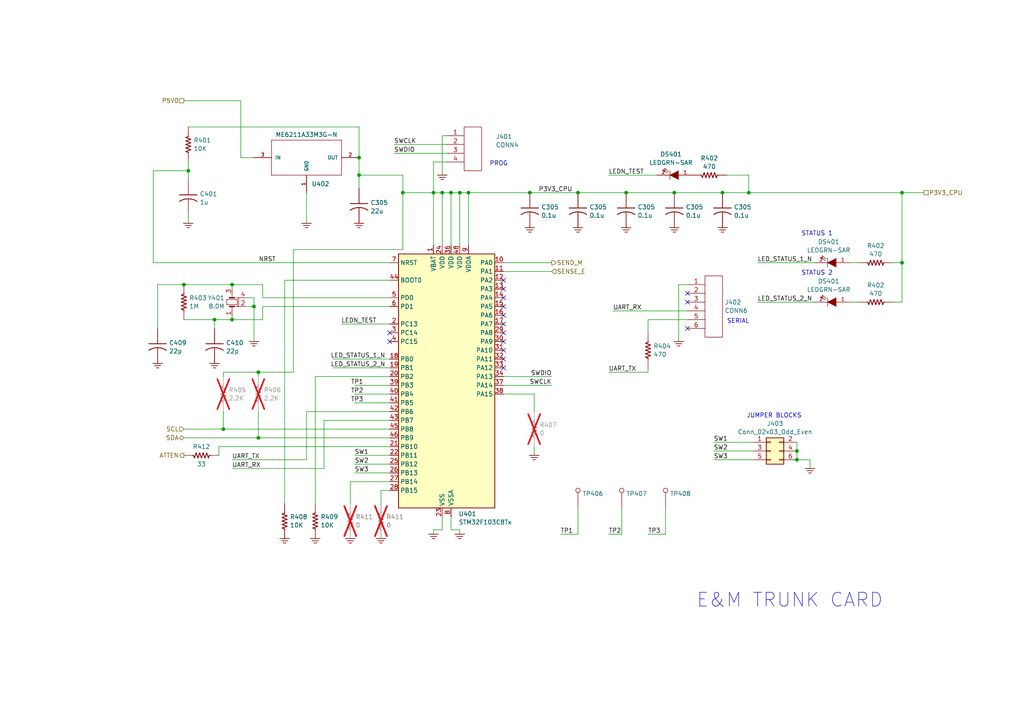
<source format=kicad_sch>
(kicad_sch (version 20231120) (generator "eeschema") (generator_version "8.0")
  (paper "A4")
  (lib_symbols
    (symbol "Connector_Generic:Conn_02x03_Odd_Even" (pin_names (offset 1.016) hide)
      (property "Reference" "J" (at 1.27 5.08 0))
      (property "Value" "Conn_02x03_Odd_Even" (at 1.27 -5.08 0))
      (symbol "Conn_02x03_Odd_Even_1_1"
        (rectangle (start -1.27 -2.413) (end 0 -2.667) (stroke (width 0.1524)))
        (rectangle (start -1.27 0.127) (end 0 -0.127) (stroke (width 0.1524)))
        (rectangle (start -1.27 2.667) (end 0 2.413) (stroke (width 0.1524)))
        (rectangle (start -1.27 3.81) (end 3.81 -3.81) (stroke (width 0.254)) (fill (type background)))
        (rectangle (start 3.81 -2.413) (end 2.54 -2.667) (stroke (width 0.1524)))
        (rectangle (start 3.81 0.127) (end 2.54 -0.127) (stroke (width 0.1524)))
        (rectangle (start 3.81 2.667) (end 2.54 2.413) (stroke (width 0.1524)))
        (pin passive line (at -5.08 2.54 0) (length 3.81) (name "Pin_1") (number "1"))
        (pin passive line (at 7.62 2.54 180) (length 3.81) (name "Pin_2") (number "2"))
        (pin passive line (at -5.08 0 0) (length 3.81) (name "Pin_3") (number "3"))
        (pin passive line (at 7.62 0 180) (length 3.81) (name "Pin_4") (number "4"))
        (pin passive line (at -5.08 -2.54 0) (length 3.81) (name "Pin_5") (number "5"))
        (pin passive line (at 7.62 -2.54 180) (length 3.81) (name "Pin_6") (number "6"))
      )
    )
    (symbol "MCU_ST_STM32F1:STM32F103C8Tx"
      (property "Reference" "U" (at -12.7 39.37 0))
      (property "Value" "STM32F103C8Tx" (at 10.16 39.37 0))
      (symbol "STM32F103C8Tx_0_1"
        (rectangle (start -12.7 -35.56) (end 15.24 38.1) (stroke (width 0.254)) (fill (type background)))
      )
      (symbol "STM32F103C8Tx_1_1"
        (pin power_in line (at -2.54 40.64 270) (length 2.54) (name "VBAT") (number "1"))
        (pin bidirectional line (at 17.78 35.56 180) (length 2.54) (name "PA0") (number "10"))
        (pin bidirectional line (at 17.78 33.02 180) (length 2.54) (name "PA1") (number "11"))
        (pin bidirectional line (at 17.78 30.48 180) (length 2.54) (name "PA2") (number "12"))
        (pin bidirectional line (at 17.78 27.94 180) (length 2.54) (name "PA3") (number "13"))
        (pin bidirectional line (at 17.78 25.4 180) (length 2.54) (name "PA4") (number "14"))
        (pin bidirectional line (at 17.78 22.86 180) (length 2.54) (name "PA5") (number "15"))
        (pin bidirectional line (at 17.78 20.32 180) (length 2.54) (name "PA6") (number "16"))
        (pin bidirectional line (at 17.78 17.78 180) (length 2.54) (name "PA7") (number "17"))
        (pin bidirectional line (at -15.24 7.62 0) (length 2.54) (name "PB0") (number "18"))
        (pin bidirectional line (at -15.24 5.08 0) (length 2.54) (name "PB1") (number "19"))
        (pin bidirectional line (at -15.24 17.78 0) (length 2.54) (name "PC13") (number "2"))
        (pin bidirectional line (at -15.24 2.54 0) (length 2.54) (name "PB2") (number "20"))
        (pin bidirectional line (at -15.24 -17.78 0) (length 2.54) (name "PB10") (number "21"))
        (pin bidirectional line (at -15.24 -20.32 0) (length 2.54) (name "PB11") (number "22"))
        (pin power_in line (at 0 -38.1 90) (length 2.54) (name "VSS") (number "23"))
        (pin power_in line (at 0 40.64 270) (length 2.54) (name "VDD") (number "24"))
        (pin bidirectional line (at -15.24 -22.86 0) (length 2.54) (name "PB12") (number "25"))
        (pin bidirectional line (at -15.24 -25.4 0) (length 2.54) (name "PB13") (number "26"))
        (pin bidirectional line (at -15.24 -27.94 0) (length 2.54) (name "PB14") (number "27"))
        (pin bidirectional line (at -15.24 -30.48 0) (length 2.54) (name "PB15") (number "28"))
        (pin bidirectional line (at 17.78 15.24 180) (length 2.54) (name "PA8") (number "29"))
        (pin bidirectional line (at -15.24 15.24 0) (length 2.54) (name "PC14") (number "3"))
        (pin bidirectional line (at 17.78 12.7 180) (length 2.54) (name "PA9") (number "30"))
        (pin bidirectional line (at 17.78 10.16 180) (length 2.54) (name "PA10") (number "31"))
        (pin bidirectional line (at 17.78 7.62 180) (length 2.54) (name "PA11") (number "32"))
        (pin bidirectional line (at 17.78 5.08 180) (length 2.54) (name "PA12") (number "33"))
        (pin bidirectional line (at 17.78 2.54 180) (length 2.54) (name "PA13") (number "34"))
        (pin passive line (at 0 -38.1 90) (length 2.54) hide (name "VSS") (number "35"))
        (pin power_in line (at 2.54 40.64 270) (length 2.54) (name "VDD") (number "36"))
        (pin bidirectional line (at 17.78 0 180) (length 2.54) (name "PA14") (number "37"))
        (pin bidirectional line (at 17.78 -2.54 180) (length 2.54) (name "PA15") (number "38"))
        (pin bidirectional line (at -15.24 0 0) (length 2.54) (name "PB3") (number "39"))
        (pin bidirectional line (at -15.24 12.7 0) (length 2.54) (name "PC15") (number "4"))
        (pin bidirectional line (at -15.24 -2.54 0) (length 2.54) (name "PB4") (number "40"))
        (pin bidirectional line (at -15.24 -5.08 0) (length 2.54) (name "PB5") (number "41"))
        (pin bidirectional line (at -15.24 -7.62 0) (length 2.54) (name "PB6") (number "42"))
        (pin bidirectional line (at -15.24 -10.16 0) (length 2.54) (name "PB7") (number "43"))
        (pin input line (at -15.24 30.48 0) (length 2.54) (name "BOOT0") (number "44"))
        (pin bidirectional line (at -15.24 -12.7 0) (length 2.54) (name "PB8") (number "45"))
        (pin bidirectional line (at -15.24 -15.24 0) (length 2.54) (name "PB9") (number "46"))
        (pin passive line (at 0 -38.1 90) (length 2.54) hide (name "VSS") (number "47"))
        (pin power_in line (at 5.08 40.64 270) (length 2.54) (name "VDD") (number "48"))
        (pin bidirectional line (at -15.24 25.4 0) (length 2.54) (name "PD0") (number "5"))
        (pin bidirectional line (at -15.24 22.86 0) (length 2.54) (name "PD1") (number "6"))
        (pin input line (at -15.24 35.56 0) (length 2.54) (name "NRST") (number "7"))
        (pin power_in line (at 2.54 -38.1 90) (length 2.54) (name "VSSA") (number "8"))
        (pin power_in line (at 7.62 40.64 270) (length 2.54) (name "VDDA") (number "9"))
      )
    )
    (symbol "custom:CONN4" (pin_names (offset 1.016))
      (property "Reference" "J" (at 0 7.62 0))
      (property "Value" "CONN4" (at 0 -7.62 0))
      (symbol "CONN4_0_1"
        (rectangle (start -2.54 6.35) (end 2.54 -6.35))
      )
      (symbol "CONN4_1_1"
        (pin passive line (at -7.62 3.81 0) (length 5.08) (name "~") (number "1"))
        (pin passive line (at -7.62 1.27 0) (length 5.08) (name "~") (number "2"))
        (pin passive line (at -7.62 -1.27 0) (length 5.08) (name "~") (number "3"))
        (pin passive line (at -7.62 -3.81 0) (length 5.08) (name "~") (number "4"))
      )
    )
    (symbol "custom:CONN6" (pin_names (offset 1.016))
      (property "Reference" "J" (at 0 11.43 0))
      (property "Value" "CONN6" (at 0 -8.89 0))
      (symbol "CONN6_0_1"
        (rectangle (start -2.54 10.16) (end 2.54 -7.62))
      )
      (symbol "CONN6_1_1"
        (pin passive line (at -7.62 7.62 0) (length 5.08) (name "~") (number "1"))
        (pin passive line (at -7.62 5.08 0) (length 5.08) (name "~") (number "2"))
        (pin passive line (at -7.62 2.54 0) (length 5.08) (name "~") (number "3"))
        (pin passive line (at -7.62 0 0) (length 5.08) (name "~") (number "4"))
        (pin passive line (at -7.62 -2.54 0) (length 5.08) (name "~") (number "5"))
        (pin passive line (at -7.62 -5.08 0) (length 5.08) (name "~") (number "6"))
      )
    )
    (symbol "custom:C_US" (pin_numbers hide) (pin_names (offset 0.254) hide)
      (property "Reference" "C" (at 1.27 2.54 0))
      (property "Value" "C_US" (at 1.27 -2.54 0))
      (symbol "C_US_0_1"
        (polyline (pts (xy -2.54 0.635) (xy 2.54 0.635) (xy 2.54 0.635)) (stroke (width 0.254)))
        (arc (start 2.54 -1.27) (mid 0 -0.5009) (end -2.54 -1.27) (stroke (width 0.254)))
      )
      (symbol "C_US_1_1"
        (pin passive line (at 0 5.08 270) (length 4.445) (name "~") (number "1"))
        (pin passive line (at 0 -5.08 90) (length 4.445) (name "~") (number "2"))
      )
    )
    (symbol "custom:C_US_0603_100NF_HS_800063-104" (pin_numbers hide) (pin_names (offset 0.254) hide)
      (property "Reference" "C" (at 1.27 2.54 0))
      (property "Value" "C_US_0603_100NF_HS_800063-104" (at 1.27 -2.54 0))
      (symbol "C_US_0603_100NF_HS_800063-104_0_1"
        (polyline (pts (xy -2.54 0.635) (xy 2.54 0.635) (xy 2.54 0.635)) (stroke (width 0.254)))
        (arc (start 2.54 -1.27) (mid 0 -0.5009) (end -2.54 -1.27) (stroke (width 0.254)))
      )
      (symbol "C_US_0603_100NF_HS_800063-104_1_1"
        (pin passive line (at 0 5.08 270) (length 4.445) (name "~") (number "1"))
        (pin passive line (at 0 -5.08 90) (length 4.445) (name "~") (number "2"))
      )
    )
    (symbol "custom:Crystal_SMT_3225" (pin_names (offset 1.016) hide)
      (property "Reference" "Y" (at 0 5.08 0))
      (property "Value" "Crystal_SMT_3225" (at 0 3.175 0))
      (symbol "Crystal_SMT_3225_0_1"
        (rectangle (start -0.762 1.524) (end 0.762 -1.524))
        (polyline (pts (xy -2.54 0) (xy -1.27 0)))
        (polyline (pts (xy -1.27 -2.54) (xy -1.27 -1.27)))
        (polyline (pts (xy -1.27 -0.762) (xy -1.27 0.762)) (stroke (width 0.381)))
        (polyline (pts (xy 1.27 -2.54) (xy 1.27 -1.27)))
        (polyline (pts (xy 1.27 -0.762) (xy 1.27 0.762)) (stroke (width 0.381)))
        (polyline (pts (xy 2.54 0) (xy 1.27 0)))
        (polyline (pts (xy -1.27 -1.27) (xy -1.27 -1.905) (xy 1.27 -1.905) (xy 1.27 -1.27)))
      )
      (symbol "Crystal_SMT_3225_1_1"
        (pin passive line (at -3.81 0 0) (length 1.27) (name "1") (number "1"))
        (pin passive line (at -1.27 -3.81 90) (length 1.27) (name "2") (number "2"))
        (pin passive line (at 3.81 0 180) (length 1.27) (name "3") (number "3"))
        (pin passive line (at 1.27 -3.81 90) (length 1.27) (name "2") (number "4"))
      )
    )
    (symbol "custom:GND" (power) (pin_names (offset 0))
      (symbol "GND_0_1"
        (polyline (pts (xy -1.397 0) (xy 1.397 0)) (stroke (width 0.2032)))
        (polyline (pts (xy -0.889 -0.635) (xy 0.889 -0.635)) (stroke (width 0.2032)))
        (polyline (pts (xy -0.381 -1.27) (xy 0.381 -1.27)) (stroke (width 0.2032)))
      )
      (symbol "GND_1_1"
        (pin power_in line (at 0 0 90) (length 0) hide (name "GND") (number "1"))
      )
    )
    (symbol "custom:LEDGRN-SAR" (pin_names (offset 1.016) hide)
      (property "Reference" "DS" (at 0 2.54 0))
      (property "Value" "LEDGRN-SAR" (at 0 -2.54 0))
      (symbol "LEDGRN-SAR_0_1"
        (polyline (pts (xy 1.27 1.27) (xy 1.27 -1.27)))
        (polyline (pts (xy -1.27 1.27) (xy 1.27 0) (xy -1.27 -1.27)) (fill (type outline)))
        (polyline (pts (xy 1.651 -1.016) (xy 2.794 -2.032) (xy 2.667 -1.397)))
        (polyline (pts (xy 2.032 -0.635) (xy 3.175 -1.651) (xy 3.048 -1.016)))
      )
      (symbol "LEDGRN-SAR_1_1"
        (pin passive line (at -5.08 0 0) (length 3.81) (name "A") (number "1"))
        (pin passive line (at 5.08 0 180) (length 3.81) (name "K") (number "2"))
      )
    )
    (symbol "custom:ME6211A33M3G-N" (pin_names (offset 1.016))
      (property "Reference" "U" (at -5.08 10.16 0))
      (property "Value" "ME6211A33M3G-N" (at -9.144 5.588 0))
      (symbol "ME6211A33M3G-N_1_0"
        (polyline (pts (xy -10.16 -5.08) (xy 10.16 -5.08)))
        (polyline (pts (xy -10.16 5.08) (xy -10.16 -5.08)))
        (polyline (pts (xy 10.16 -5.08) (xy 10.16 5.08)))
        (polyline (pts (xy 10.16 5.08) (xy -10.16 5.08)))
      )
      (symbol "ME6211A33M3G-N_1_1"
        (pin power_in line (at 0 -10.16 90) (length 5.08) (name "GND") (number "1"))
        (pin power_out line (at 15.24 0 180) (length 5.08) (name "OUT") (number "2"))
        (pin power_in line (at -15.24 0 0) (length 5.08) (name "IN") (number "3"))
      )
    )
    (symbol "custom:R_US" (pin_numbers hide) (pin_names (offset 1.016) hide)
      (property "Reference" "R" (at 2.032 0 90))
      (property "Value" "R_US" (at -2.032 0 90))
      (symbol "R_US_0_0"
        (polyline (pts (xy 0 -2.54) (xy 0 -2.54) (xy 0 -2.286) (xy -0.762 -2.032) (xy 0.762 -1.524) (xy -0.762 -1.016) (xy 0.762 -0.508) (xy -0.762 0) (xy 0.762 0.508) (xy -0.762 1.016) (xy 0.762 1.524) (xy -0.762 2.032) (xy 0 2.286) (xy 0 2.54) (xy 0 2.54)) (stroke (width 0.254)))
      )
      (symbol "R_US_1_1"
        (pin passive line (at 0 5.08 270) (length 2.54) (name "~") (number "1"))
        (pin passive line (at 0 -5.08 90) (length 2.54) (name "~") (number "2"))
      )
    )
    (symbol "custom:TESTPINTPSQ025" (pin_numbers hide) (pin_names (offset 1.016) hide)
      (property "Reference" "TP" (at -1.27 1.27 0))
      (symbol "TESTPINTPSQ025_1_0"
        (polyline (pts (xy 0 -2.54) (xy 0 -0.635)))
      )
      (symbol "TESTPINTPSQ025_1_1"
        (circle (center 0 0) (radius 0.635))
        (pin passive line (at 0 -5.08 90) (length 2.54) (name "TP") (number "1"))
      )
    )
  )
  (junction (at 133.35 55.88))
  (junction (at 67.31 82.55))
  (junction (at 261.62 76.2))
  (junction (at 62.23 92.71))
  (junction (at 73.66 88.9))
  (junction (at 74.93 107.95))
  (junction (at 195.58 55.88))
  (junction (at 261.62 55.88))
  (junction (at 231.14 133.35))
  (junction (at 167.64 55.88))
  (junction (at 54.61 49.53))
  (junction (at 67.31 92.71))
  (junction (at 135.89 55.88))
  (junction (at 130.81 55.88))
  (junction (at 153.67 55.88))
  (junction (at 231.14 130.81))
  (junction (at 104.14 50.8))
  (junction (at 116.84 55.88))
  (junction (at 128.27 55.88))
  (junction (at 217.17 55.88))
  (junction (at 125.73 55.88))
  (junction (at 64.77 124.46))
  (junction (at 209.55 55.88))
  (junction (at 181.61 55.88))
  (junction (at 104.14 45.72))
  (junction (at 53.34 82.55))
  (junction (at 74.93 127))
  (no_connect (at 199.39 87.63))
  (no_connect (at 146.05 86.36))
  (no_connect (at 146.05 83.82))
  (no_connect (at 113.03 99.06))
  (no_connect (at 199.39 85.09))
  (no_connect (at 146.05 99.06))
  (no_connect (at 146.05 104.14))
  (no_connect (at 146.05 101.6))
  (no_connect (at 146.05 81.28))
  (no_connect (at 199.39 95.25))
  (no_connect (at 146.05 106.68))
  (no_connect (at 113.03 96.52))
  (no_connect (at 146.05 96.52))
  (no_connect (at 146.05 91.44))
  (no_connect (at 146.05 88.9))
  (no_connect (at 146.05 93.98))
  (wire (pts (xy 231.14 128.27) (xy 231.14 130.81)))
  (wire (pts (xy 128.27 39.37) (xy 128.27 50.8)))
  (wire (pts (xy 195.58 55.88) (xy 209.55 55.88)))
  (wire (pts (xy 130.81 55.88) (xy 130.81 71.12)))
  (wire (pts (xy 74.93 127) (xy 113.03 127)))
  (wire (pts (xy 207.01 133.35) (xy 218.44 133.35)))
  (wire (pts (xy 246.38 76.2) (xy 248.92 76.2)))
  (wire (pts (xy 93.98 121.92) (xy 93.98 135.89)))
  (wire (pts (xy 64.77 124.46) (xy 113.03 124.46)))
  (wire (pts (xy 88.9 133.35) (xy 67.31 133.35)))
  (wire (pts (xy 62.23 92.71) (xy 53.34 92.71)))
  (wire (pts (xy 207.01 128.27) (xy 218.44 128.27)))
  (wire (pts (xy 146.05 109.22) (xy 160.02 109.22)))
  (wire (pts (xy 167.64 147.32) (xy 167.64 154.94)))
  (wire (pts (xy 76.2 86.36) (xy 76.2 82.55)))
  (wire (pts (xy 135.89 55.88) (xy 133.35 55.88)))
  (wire (pts (xy 259.08 76.2) (xy 261.62 76.2)))
  (wire (pts (xy 133.35 55.88) (xy 130.81 55.88)))
  (wire (pts (xy 113.03 121.92) (xy 93.98 121.92)))
  (wire (pts (xy 44.45 76.2) (xy 44.45 49.53)))
  (wire (pts (xy 93.98 135.89) (xy 67.31 135.89)))
  (wire (pts (xy 69.85 45.72) (xy 69.85 29.21)))
  (wire (pts (xy 130.81 149.86) (xy 130.81 153.67)))
  (wire (pts (xy 231.14 130.81) (xy 231.14 133.35)))
  (wire (pts (xy 180.34 147.32) (xy 180.34 154.94)))
  (wire (pts (xy 130.81 55.88) (xy 128.27 55.88)))
  (wire (pts (xy 74.93 119.38) (xy 74.93 127)))
  (wire (pts (xy 113.03 142.24) (xy 110.49 142.24)))
  (wire (pts (xy 99.06 93.98) (xy 113.03 93.98)))
  (wire (pts (xy 76.2 86.36) (xy 113.03 86.36)))
  (wire (pts (xy 199.39 82.55) (xy 196.85 82.55)))
  (wire (pts (xy 167.64 55.88) (xy 181.61 55.88)))
  (wire (pts (xy 114.3 41.91) (xy 129.54 41.91)))
  (wire (pts (xy 102.87 134.62) (xy 113.03 134.62)))
  (wire (pts (xy 73.66 45.72) (xy 69.85 45.72)))
  (wire (pts (xy 128.27 149.86) (xy 128.27 153.67)))
  (wire (pts (xy 62.23 92.71) (xy 62.23 95.25)))
  (wire (pts (xy 154.94 114.3) (xy 154.94 119.38)))
  (wire (pts (xy 135.89 55.88) (xy 153.67 55.88)))
  (wire (pts (xy 116.84 55.88) (xy 116.84 72.39)))
  (wire (pts (xy 219.71 76.2) (xy 236.22 76.2)))
  (wire (pts (xy 102.87 114.3) (xy 113.03 114.3)))
  (wire (pts (xy 113.03 139.7) (xy 101.6 139.7)))
  (wire (pts (xy 146.05 111.76) (xy 160.02 111.76)))
  (wire (pts (xy 53.34 82.55) (xy 45.72 82.55)))
  (wire (pts (xy 104.14 50.8) (xy 104.14 54.61)))
  (wire (pts (xy 133.35 153.67) (xy 133.35 154.94)))
  (wire (pts (xy 128.27 55.88) (xy 125.73 55.88)))
  (wire (pts (xy 53.34 127) (xy 74.93 127)))
  (wire (pts (xy 64.77 107.95) (xy 64.77 109.22)))
  (wire (pts (xy 177.8 90.17) (xy 199.39 90.17)))
  (wire (pts (xy 162.56 154.94) (xy 167.64 154.94)))
  (wire (pts (xy 128.27 153.67) (xy 125.73 153.67)))
  (wire (pts (xy 53.34 29.21) (xy 69.85 29.21)))
  (wire (pts (xy 199.39 92.71) (xy 187.96 92.71)))
  (wire (pts (xy 116.84 55.88) (xy 116.84 50.8)))
  (wire (pts (xy 181.61 55.88) (xy 195.58 55.88)))
  (wire (pts (xy 76.2 88.9) (xy 113.03 88.9)))
  (wire (pts (xy 210.82 50.8) (xy 217.17 50.8)))
  (wire (pts (xy 44.45 76.2) (xy 113.03 76.2)))
  (wire (pts (xy 114.3 44.45) (xy 129.54 44.45)))
  (wire (pts (xy 102.87 137.16) (xy 113.03 137.16)))
  (wire (pts (xy 153.67 55.88) (xy 167.64 55.88)))
  (wire (pts (xy 45.72 82.55) (xy 45.72 95.25)))
  (wire (pts (xy 196.85 82.55) (xy 196.85 99.06)))
  (wire (pts (xy 96.52 104.14) (xy 113.03 104.14)))
  (wire (pts (xy 146.05 114.3) (xy 154.94 114.3)))
  (wire (pts (xy 88.9 119.38) (xy 88.9 133.35)))
  (wire (pts (xy 73.66 86.36) (xy 73.66 88.9)))
  (wire (pts (xy 187.96 92.71) (xy 187.96 96.52)))
  (wire (pts (xy 74.93 107.95) (xy 85.09 107.95)))
  (wire (pts (xy 209.55 55.88) (xy 217.17 55.88)))
  (wire (pts (xy 74.93 107.95) (xy 74.93 109.22)))
  (wire (pts (xy 71.12 88.9) (xy 73.66 88.9)))
  (wire (pts (xy 64.77 119.38) (xy 64.77 124.46)))
  (wire (pts (xy 176.53 107.95) (xy 187.96 107.95)))
  (wire (pts (xy 74.93 107.95) (xy 64.77 107.95)))
  (wire (pts (xy 113.03 109.22) (xy 91.44 109.22)))
  (wire (pts (xy 261.62 55.88) (xy 261.62 76.2)))
  (wire (pts (xy 125.73 46.99) (xy 125.73 55.88)))
  (wire (pts (xy 102.87 111.76) (xy 113.03 111.76)))
  (wire (pts (xy 104.14 36.83) (xy 104.14 45.72)))
  (wire (pts (xy 193.04 147.32) (xy 193.04 154.94)))
  (wire (pts (xy 85.09 72.39) (xy 85.09 107.95)))
  (wire (pts (xy 96.52 106.68) (xy 113.03 106.68)))
  (wire (pts (xy 54.61 49.53) (xy 54.61 52.07)))
  (wire (pts (xy 102.87 116.84) (xy 113.03 116.84)))
  (wire (pts (xy 187.96 154.94) (xy 193.04 154.94)))
  (wire (pts (xy 130.81 153.67) (xy 133.35 153.67)))
  (wire (pts (xy 231.14 133.35) (xy 234.95 133.35)))
  (wire (pts (xy 261.62 55.88) (xy 267.97 55.88)))
  (wire (pts (xy 128.27 55.88) (xy 128.27 71.12)))
  (wire (pts (xy 76.2 92.71) (xy 67.31 92.71)))
  (wire (pts (xy 116.84 50.8) (xy 104.14 50.8)))
  (wire (pts (xy 176.53 154.94) (xy 180.34 154.94)))
  (wire (pts (xy 125.73 55.88) (xy 116.84 55.88)))
  (wire (pts (xy 116.84 72.39) (xy 85.09 72.39)))
  (wire (pts (xy 101.6 139.7) (xy 101.6 146.05)))
  (wire (pts (xy 102.87 132.08) (xy 113.03 132.08)))
  (wire (pts (xy 73.66 88.9) (xy 73.66 99.06)))
  (wire (pts (xy 82.55 81.28) (xy 82.55 146.05)))
  (wire (pts (xy 91.44 109.22) (xy 91.44 146.05)))
  (wire (pts (xy 54.61 36.83) (xy 104.14 36.83)))
  (wire (pts (xy 67.31 82.55) (xy 76.2 82.55)))
  (wire (pts (xy 71.12 86.36) (xy 73.66 86.36)))
  (wire (pts (xy 125.73 153.67) (xy 125.73 154.94)))
  (wire (pts (xy 234.95 133.35) (xy 234.95 135.89)))
  (wire (pts (xy 128.27 39.37) (xy 129.54 39.37)))
  (wire (pts (xy 44.45 49.53) (xy 54.61 49.53)))
  (wire (pts (xy 113.03 81.28) (xy 82.55 81.28)))
  (wire (pts (xy 76.2 88.9) (xy 76.2 92.71)))
  (wire (pts (xy 207.01 130.81) (xy 218.44 130.81)))
  (wire (pts (xy 187.96 106.68) (xy 187.96 107.95)))
  (wire (pts (xy 125.73 46.99) (xy 129.54 46.99)))
  (wire (pts (xy 125.73 55.88) (xy 125.73 71.12)))
  (wire (pts (xy 88.9 64.77) (xy 88.9 55.88)))
  (wire (pts (xy 146.05 78.74) (xy 160.02 78.74)))
  (wire (pts (xy 261.62 76.2) (xy 261.62 87.63)))
  (wire (pts (xy 219.71 87.63) (xy 236.22 87.63)))
  (wire (pts (xy 146.05 76.2) (xy 160.02 76.2)))
  (wire (pts (xy 246.38 87.63) (xy 248.92 87.63)))
  (wire (pts (xy 53.34 82.55) (xy 67.31 82.55)))
  (wire (pts (xy 113.03 119.38) (xy 88.9 119.38)))
  (wire (pts (xy 54.61 62.23) (xy 54.61 64.77)))
  (wire (pts (xy 217.17 55.88) (xy 261.62 55.88)))
  (wire (pts (xy 261.62 87.63) (xy 259.08 87.63)))
  (wire (pts (xy 110.49 142.24) (xy 110.49 146.05)))
  (wire (pts (xy 104.14 45.72) (xy 104.14 50.8)))
  (wire (pts (xy 63.5 129.54) (xy 63.5 132.08)))
  (wire (pts (xy 54.61 46.99) (xy 54.61 49.53)))
  (wire (pts (xy 67.31 91.44) (xy 67.31 92.71)))
  (wire (pts (xy 53.34 124.46) (xy 64.77 124.46)))
  (wire (pts (xy 113.03 129.54) (xy 63.5 129.54)))
  (wire (pts (xy 176.53 50.8) (xy 190.5 50.8)))
  (wire (pts (xy 67.31 92.71) (xy 62.23 92.71)))
  (wire (pts (xy 133.35 55.88) (xy 133.35 71.12)))
  (wire (pts (xy 135.89 55.88) (xy 135.89 71.12)))
  (wire (pts (xy 217.17 50.8) (xy 217.17 55.88)))
  (wire (pts (xy 67.31 82.55) (xy 67.31 83.82)))
  (wire (pts (xy 154.94 129.54) (xy 154.94 132.08)))
  (text "PROG" (at 147.32 48.26 0) (effects (font (size 1.27 1.27)) (justify right bottom)))
  (text "SERIAL" (at 210.82 93.98 0) (effects (font (size 1.27 1.27)) (justify left bottom)))
  (text "STATUS 2" (at 232.41 80.01 0) (effects (font (size 1.27 1.27)) (justify left bottom)))
  (text "JUMPER BLOCKS" (at 224.536 120.65 0) (effects (font (size 1.27 1.27))))
  (text "E&M TRUNK CARD" (at 201.93 176.53 0) (effects (font (size 4 4)) (justify left bottom)))
  (text "STATUS 1\n" (at 232.41 68.58 0) (effects (font (size 1.27 1.27)) (justify left bottom)))
  (label "UART_RX" (at 67.31 135.89 0))
  (label "SW1" (at 102.87 132.08 0))
  (label "TP2" (at 176.53 154.94 0))
  (label "SW2" (at 102.87 134.62 0))
  (label "UART_TX" (at 176.53 107.95 0))
  (label "SWCLK" (at 114.3 41.91 0))
  (label "SWDIO" (at 114.3 44.45 0))
  (label "LED_STATUS_2_N" (at 111.76 106.68 180))
  (label "LEDN_TEST" (at 176.53 50.8 0))
  (label "SWCLK" (at 160.02 111.76 180))
  (label "SW2" (at 207.01 130.81 0))
  (label "SW3" (at 102.87 137.16 0))
  (label "LEDN_TEST" (at 109.22 93.98 180))
  (label "NRST" (at 80.01 76.2 180))
  (label "TP3" (at 105.41 116.84 180))
  (label "P3V3_CPU" (at 156.21 55.88 0))
  (label "UART_TX" (at 67.31 133.35 0))
  (label "SWDIO" (at 160.02 109.22 180))
  (label "SW3" (at 207.01 133.35 0))
  (label "TP2" (at 105.41 114.3 180))
  (label "TP3" (at 187.96 154.94 0))
  (label "LED_STATUS_1_N" (at 111.76 104.14 180))
  (label "UART_RX" (at 177.8 90.17 0))
  (label "TP1" (at 105.41 111.76 180))
  (label "LED_STATUS_2_N" (at 219.71 87.63 0))
  (label "LED_STATUS_1_N" (at 219.71 76.2 0))
  (label "SW1" (at 207.01 128.27 0))
  (label "TP1" (at 162.56 154.94 0))
  (hierarchical_label "SEND_M" (shape output) (at 160.02 76.2 0))
  (hierarchical_label "P3V3_CPU" (shape passive) (at 267.97 55.88 0))
  (hierarchical_label "SCL" (shape input) (at 53.34 124.46 180))
  (hierarchical_label "ATTEN" (shape output) (at 53.34 132.08 180))
  (hierarchical_label "P5V0" (shape passive) (at 53.34 29.21 180))
  (hierarchical_label "SENSE_E" (shape input) (at 160.02 78.74 0))
  (hierarchical_label "SDA" (shape bidirectional) (at 53.34 127 180))
  (symbol (lib_id "custom:LEDGRN-SAR") (at 241.3 76.2 180) (unit 1)
    (property "Reference" "DS401" (at 240.3475 70.1507 0))
    (property "Value" "LEDGRN-SAR" (at 240.3475 72.5749 0))
    (property "Footprint" "mods:LED0805" (effects (hide yes)))
    (property "PartNumber" "800113-102" (effects (hide yes)))
    (instances (project "dual-slic-interface" (path "" (reference "DS401") (unit 1))) (project "slics" (path "" (reference "DS401") (unit 1))) (project "e-and-m-interface" (path "" (reference "DS402") (unit 1))))
  )
  (symbol (lib_id "custom:R_US") (at 101.6 151.13 0) (unit 1) (in_bom no) (dnp yes)
    (property "Reference" "R411" (at 103.124 149.9179 0) (effects (justify left)))
    (property "Value" "0" (at 103.124 152.3421 0) (effects (justify left)))
    (property "Footprint" "Resistor_SMD:R_0603_1608Metric" (effects (hide yes)))
    (property "PartNumber" "800020-000" (effects (hide yes)))
    (instances (project "dual-slic-interface" (path "" (reference "R411") (unit 1))) (project "mpu" (path "" (reference "R201") (unit 1))) (project "slics" (path "" (reference "R411") (unit 1))) (project "e-and-m-interface" (path "" (reference "R414") (unit 1))) (project "ECP_Adapter" (path "" (reference "R201") (unit 1))))
  )
  (symbol (lib_id "custom:R_US") (at 154.94 124.46 0) (unit 1) (in_bom no) (dnp yes)
    (property "Reference" "R407" (at 156.464 123.2479 0) (effects (justify left)))
    (property "Value" "0" (at 156.464 125.6721 0) (effects (justify left)))
    (property "Footprint" "Resistor_SMD:R_0603_1608Metric" (effects (hide yes)))
    (property "PartNumber" "800235-000" (effects (hide yes)))
    (instances (project "dual-slic-interface" (path "" (reference "R407") (unit 1))) (project "mpu" (path "" (reference "R201") (unit 1))) (project "slics" (path "" (reference "R407") (unit 1))) (project "e-and-m-interface" (path "" (reference "R409") (unit 1))) (project "ECP_Adapter" (path "" (reference "R201") (unit 1))))
  )
  (symbol (lib_id "custom:CONN4") (at 137.16 43.18 0) (unit 1)
    (property "Reference" "J401" (at 143.764 39.624 0) (effects (justify left)))
    (property "Value" "CONN4" (at 143.764 42.0482 0) (effects (justify left)))
    (property "Footprint" "Connector_PinHeader_2.54mm:PinHeader_1x04_P2.54mm_Horizontal" (effects (hide yes)))
    (property "PartNumber" "800383-104" (effects (hide yes)))
    (instances (project "dual-slic-interface" (path "" (reference "J401") (unit 1))) (project "mpu" (path "" (reference "J201") (unit 1))) (project "slics" (path "" (reference "J401") (unit 1))) (project "e-and-m-interface" (path "" (reference "J401") (unit 1))) (project "ECP_Adapter" (path "" (reference "J201") (unit 1))))
  )
  (symbol (lib_id "custom:C_US") (at 45.72 100.33 0) (unit 1)
    (property "Reference" "C409" (at 49.022 99.4354 0) (effects (justify left)))
    (property "Value" "22p" (at 49.022 101.8596 0) (effects (justify left)))
    (property "Footprint" "Capacitor_SMD:C_0603_1608Metric" (effects (hide yes)))
    (property "PartNumber" "800002-220" (effects (hide yes)))
    (instances (project "dual-slic-interface" (path "" (reference "C409") (unit 1))) (project "mpu" (path "" (reference "C207") (unit 1))) (project "slics" (path "" (reference "C409") (unit 1))) (project "e-and-m-interface" (path "" (reference "C409") (unit 1))) (project "ECP_Adapter" (path "" (reference "C207") (unit 1))))
  )
  (symbol (lib_id "custom:GND") (at 153.67 66.04 0) (unit 1)
    (property "Reference" "#PWR0406" (effects (hide yes)))
    (property "Value" "GND" (effects (hide yes)))
  )
  (symbol (lib_id "custom:R_US") (at 254 87.63 90) (unit 1)
    (property "Reference" "R402" (at 254 82.7237 90))
    (property "Value" "470" (at 254 85.1479 90))
    (property "Footprint" "Resistor_SMD:R_0603_1608Metric" (effects (hide yes)))
    (property "PartNumber" "800021-470" (effects (hide yes)))
    (instances (project "dual-slic-interface" (path "" (reference "R402") (unit 1))) (project "mpu" (path "" (reference "R201") (unit 1))) (project "slics" (path "" (reference "R402") (unit 1))) (project "e-and-m-interface" (path "" (reference "R405") (unit 1))) (project "ECP_Adapter" (path "" (reference "R201") (unit 1))))
  )
  (symbol (lib_id "custom:GND") (at 62.23 105.41 0) (unit 1)
    (property "Reference" "#PWR0416" (effects (hide yes)))
    (property "Value" "GND" (effects (hide yes)))
    (instances (project "dual-slic-interface" (path "" (reference "#PWR0416") (unit 1))) (project "mpu" (path "" (reference "#PWR0210") (unit 1))) (project "slics" (path "" (reference "#PWR0416") (unit 1))) (project "e-and-m-interface" (path "" (reference "#PWR0414") (unit 1))) (project "ECP_Adapter" (path "" (reference "#PWR0210") (unit 1))))
  )
  (symbol (lib_id "custom:TESTPINTPSQ025") (at 193.04 142.24 0) (unit 1)
    (property "Reference" "TP408" (at 194.31 143.1925 0) (effects (justify left)))
    (property "Value" "TESTPINTPSQ025" (effects (hide yes)))
    (property "Footprint" "mods:TESTPIN" (effects (hide yes)))
    (property "PartNumber" "800116-101" (effects (hide yes)))
    (instances (project "dual-slic-interface" (path "" (reference "TP408") (unit 1))) (project "slics" (path "" (reference "TP408") (unit 1))) (project "e-and-m-interface" (path "" (reference "TP403") (unit 1))))
  )
  (symbol (lib_id "custom:ME6211A33M3G-N") (at 88.9 45.72 0) (unit 1)
    (property "Reference" "U402" (at 92.964 53.34 0))
    (property "Value" "ME6211A33M3G-N" (at 88.9 39.0468 0))
    (property "Footprint" "mods:SOT23-3-SAR-V2" (effects (hide yes)))
    (property "PartNumber" "800187-101" (effects (hide yes)))
  )
  (symbol (lib_id "custom:GND") (at 82.55 156.21 0) (unit 1)
    (property "Reference" "#PWR0420" (effects (hide yes)))
    (property "Value" "GND" (effects (hide yes)))
    (instances (project "dual-slic-interface" (path "" (reference "#PWR0420") (unit 1))) (project "slics" (path "" (reference "#PWR0420") (unit 1))) (project "e-and-m-interface" (path "" (reference "#PWR0418") (unit 1))))
  )
  (symbol (lib_id "custom:R_US") (at 205.74 50.8 90) (unit 1)
    (property "Reference" "R402" (at 205.74 45.8937 90))
    (property "Value" "470" (at 205.74 48.3179 90))
    (property "Footprint" "Resistor_SMD:R_0603_1608Metric" (effects (hide yes)))
    (property "PartNumber" "800021-470" (effects (hide yes)))
    (instances (project "dual-slic-interface" (path "" (reference "R402") (unit 1))) (project "mpu" (path "" (reference "R201") (unit 1))) (project "slics" (path "" (reference "R402") (unit 1))) (project "e-and-m-interface" (path "" (reference "R402") (unit 1))) (project "ECP_Adapter" (path "" (reference "R201") (unit 1))))
  )
  (symbol (lib_id "custom:R_US") (at 58.42 132.08 90) (unit 1)
    (property "Reference" "R412" (at 58.42 129.54 90))
    (property "Value" "33" (at 58.42 134.62 90))
    (property "Footprint" "Resistor_SMD:R_0603_1608Metric" (effects (hide yes)))
    (property "PartNumber" "800020-330" (effects (hide yes)))
    (instances (project "dual-slic-interface" (path "" (reference "R412") (unit 1))) (project "mpu" (path "" (reference "R201") (unit 1))) (project "slics" (path "" (reference "R412") (unit 1))) (project "e-and-m-interface" (path "" (reference "R410") (unit 1))) (project "ECP_Adapter" (path "" (reference "R201") (unit 1))))
  )
  (symbol (lib_id "custom:GND") (at 195.58 66.04 0) (unit 1)
    (property "Reference" "#PWR0409" (effects (hide yes)))
    (property "Value" "GND" (effects (hide yes)))
  )
  (symbol (lib_id "custom:C_US") (at 62.23 100.33 0) (unit 1)
    (property "Reference" "C410" (at 65.532 99.4354 0) (effects (justify left)))
    (property "Value" "22p" (at 65.532 101.8596 0) (effects (justify left)))
    (property "Footprint" "Capacitor_SMD:C_0603_1608Metric" (effects (hide yes)))
    (property "PartNumber" "800002-220" (effects (hide yes)))
    (instances (project "dual-slic-interface" (path "" (reference "C410") (unit 1))) (project "mpu" (path "" (reference "C206") (unit 1))) (project "slics" (path "" (reference "C410") (unit 1))) (project "e-and-m-interface" (path "" (reference "C410") (unit 1))) (project "ECP_Adapter" (path "" (reference "C206") (unit 1))))
  )
  (symbol (lib_id "custom:GND") (at 54.61 64.77 0) (unit 1)
    (property "Reference" "#PWR0402" (effects (hide yes)))
    (property "Value" "GND" (effects (hide yes)))
    (instances (project "dual-slic-interface" (path "" (reference "#PWR0402") (unit 1))) (project "mpu" (path "" (reference "#PWR0206") (unit 1))) (project "slics" (path "" (reference "#PWR0402") (unit 1))) (project "e-and-m-interface" (path "" (reference "#PWR0402") (unit 1))) (project "ECP_Adapter" (path "" (reference "#PWR0206") (unit 1))))
  )
  (symbol (lib_id "custom:R_US") (at 187.96 101.6 0) (unit 1)
    (property "Reference" "R404" (at 189.484 100.3879 0) (effects (justify left)))
    (property "Value" "470" (at 189.484 102.8121 0) (effects (justify left)))
    (property "Footprint" "Resistor_SMD:R_0603_1608Metric" (effects (hide yes)))
    (property "PartNumber" "800021-470" (effects (hide yes)))
    (instances (project "dual-slic-interface" (path "" (reference "R404") (unit 1))) (project "mpu" (path "" (reference "R201") (unit 1))) (project "slics" (path "" (reference "R404") (unit 1))) (project "e-and-m-interface" (path "" (reference "R406") (unit 1))) (project "ECP_Adapter" (path "" (reference "R201") (unit 1))))
  )
  (symbol (lib_id "custom:C_US_0603_100NF_HS_800063-104") (at 209.55 60.96 0) (unit 1)
    (property "Reference" "C305" (at 212.852 60.0654 0) (effects (justify left)))
    (property "Value" "0.1u" (at 212.852 62.4896 0) (effects (justify left)))
    (property "Footprint" "Capacitor_SMD:C_0603_1608Metric" (effects (hide yes)))
    (property "PartNumber" "800063-104" (effects (hide yes)))
    (instances (project "dual-slic-interface" (path "" (reference "C305") (unit 1)) (path "" (reference "C505") (unit 1)) (path "" (reference "C408") (unit 1))) (project "slics" (path "" (reference "C305") (unit 1))) (project "e-and-m-interface" (path "" (reference "C408") (unit 1))))
  )
  (symbol (lib_id "custom:GND") (at 104.14 64.77 0) (unit 1)
    (property "Reference" "#PWR0405" (effects (hide yes)))
    (property "Value" "GND" (effects (hide yes)))
  )
  (symbol (lib_id "custom:C_US_0603_100NF_HS_800063-104") (at 153.67 60.96 0) (unit 1)
    (property "Reference" "C305" (at 156.972 60.0654 0) (effects (justify left)))
    (property "Value" "0.1u" (at 156.972 62.4896 0) (effects (justify left)))
    (property "Footprint" "Capacitor_SMD:C_0603_1608Metric" (effects (hide yes)))
    (property "PartNumber" "800063-104" (effects (hide yes)))
    (instances (project "dual-slic-interface" (path "" (reference "C305") (unit 1)) (path "" (reference "C505") (unit 1)) (path "" (reference "C404") (unit 1))) (project "slics" (path "" (reference "C305") (unit 1))) (project "e-and-m-interface" (path "" (reference "C404") (unit 1))))
  )
  (symbol (lib_id "custom:GND") (at 154.94 132.08 0) (unit 1)
    (property "Reference" "#PWR0417" (effects (hide yes)))
    (property "Value" "GND" (effects (hide yes)))
    (instances (project "dual-slic-interface" (path "" (reference "#PWR0417") (unit 1))) (project "slics" (path "" (reference "#PWR0417") (unit 1))) (project "e-and-m-interface" (path "" (reference "#PWR0415") (unit 1))))
  )
  (symbol (lib_id "custom:Crystal_SMT_3225") (at 67.31 87.63 90) (unit 1)
    (property "Reference" "Y401" (at 65.1511 86.4179 90) (effects (justify left)))
    (property "Value" "8.0M" (at 65.1511 88.8421 90) (effects (justify left)))
    (property "Footprint" "Crystal:Crystal_SMD_3225-4Pin_3.2x2.5mm" (effects (hide yes)))
    (property "PartNumber" "800412-008" (effects (hide yes)))
    (instances (project "dual-slic-interface" (path "" (reference "Y401") (unit 1))) (project "mpu" (path "" (reference "Y201") (unit 1))) (project "slics" (path "" (reference "Y401") (unit 1))) (project "e-and-m-interface" (path "" (reference "Y401") (unit 1))) (project "ECP_Adapter" (path "" (reference "Y201") (unit 1))))
  )
  (symbol (lib_id "custom:GND") (at 101.6 156.21 0) (unit 1)
    (property "Reference" "#PWR0423" (effects (hide yes)))
    (property "Value" "GND" (effects (hide yes)))
    (instances (project "dual-slic-interface" (path "" (reference "#PWR0423") (unit 1))) (project "slics" (path "" (reference "#PWR0423") (unit 1))) (project "e-and-m-interface" (path "" (reference "#PWR0403") (unit 1))))
  )
  (symbol (lib_id "custom:R_US") (at 74.93 114.3 0) (unit 1) (in_bom no) (dnp yes)
    (property "Reference" "R406" (at 76.454 113.0879 0) (effects (justify left)))
    (property "Value" "2.2K" (at 76.454 115.5121 0) (effects (justify left)))
    (property "Footprint" "Resistor_SMD:R_0603_1608Metric" (effects (hide yes)))
    (property "PartNumber" "800022-220" (effects (hide yes)))
    (instances (project "dual-slic-interface" (path "" (reference "R406") (unit 1))) (project "mpu" (path "" (reference "R201") (unit 1))) (project "slics" (path "" (reference "R406") (unit 1))) (project "e-and-m-interface" (path "" (reference "R408") (unit 1))) (project "ECP_Adapter" (path "" (reference "R201") (unit 1))))
  )
  (symbol (lib_id "custom:R_US") (at 91.44 151.13 0) (unit 1)
    (property "Reference" "R409" (at 92.964 149.9179 0) (effects (justify left)))
    (property "Value" "10K" (at 92.964 152.3421 0) (effects (justify left)))
    (property "Footprint" "Resistor_SMD:R_0603_1608Metric" (effects (hide yes)))
    (property "PartNumber" "800023-100" (effects (hide yes)))
    (instances (project "dual-slic-interface" (path "" (reference "R409") (unit 1))) (project "mpu" (path "" (reference "R201") (unit 1))) (project "slics" (path "" (reference "R409") (unit 1))) (project "e-and-m-interface" (path "" (reference "R412") (unit 1))) (project "ECP_Adapter" (path "" (reference "R201") (unit 1))))
  )
  (symbol (lib_id "custom:GND") (at 45.72 105.41 0) (unit 1)
    (property "Reference" "#PWR0415" (effects (hide yes)))
    (property "Value" "GND" (effects (hide yes)))
    (instances (project "dual-slic-interface" (path "" (reference "#PWR0415") (unit 1))) (project "mpu" (path "" (reference "#PWR0210") (unit 1))) (project "slics" (path "" (reference "#PWR0415") (unit 1))) (project "e-and-m-interface" (path "" (reference "#PWR0413") (unit 1))) (project "ECP_Adapter" (path "" (reference "#PWR0210") (unit 1))))
  )
  (symbol (lib_id "custom:GND") (at 128.27 50.8 0) (unit 1)
    (property "Reference" "#PWR0401" (effects (hide yes)))
    (property "Value" "GND" (effects (hide yes)))
    (instances (project "dual-slic-interface" (path "" (reference "#PWR0401") (unit 1))) (project "mpu" (path "" (reference "#PWR0214") (unit 1))) (project "slics" (path "" (reference "#PWR0401") (unit 1))) (project "e-and-m-interface" (path "" (reference "#PWR0401") (unit 1))) (project "ECP_Adapter" (path "" (reference "#PWR0214") (unit 1))))
  )
  (symbol (lib_id "custom:R_US") (at 54.61 41.91 0) (unit 1)
    (property "Reference" "R401" (at 56.134 40.6979 0) (effects (justify left)))
    (property "Value" "10K" (at 56.134 43.1221 0) (effects (justify left)))
    (property "Footprint" "Resistor_SMD:R_0603_1608Metric" (effects (hide yes)))
    (property "PartNumber" "800023-100" (effects (hide yes)))
    (instances (project "dual-slic-interface" (path "" (reference "R401") (unit 1))) (project "mpu" (path "" (reference "R201") (unit 1))) (project "slics" (path "" (reference "R401") (unit 1))) (project "e-and-m-interface" (path "" (reference "R401") (unit 1))) (project "ECP_Adapter" (path "" (reference "R201") (unit 1))))
  )
  (symbol (lib_id "custom:LEDGRN-SAR") (at 241.3 87.63 180) (unit 1)
    (property "Reference" "DS401" (at 240.3475 81.5807 0))
    (property "Value" "LEDGRN-SAR" (at 240.3475 84.0049 0))
    (property "Footprint" "mods:LED0805" (effects (hide yes)))
    (property "PartNumber" "800113-102" (effects (hide yes)))
    (instances (project "dual-slic-interface" (path "" (reference "DS401") (unit 1))) (project "slics" (path "" (reference "DS401") (unit 1))) (project "e-and-m-interface" (path "" (reference "DS403") (unit 1))))
  )
  (symbol (lib_id "custom:R_US") (at 82.55 151.13 0) (unit 1)
    (property "Reference" "R408" (at 84.074 149.9179 0) (effects (justify left)))
    (property "Value" "10K" (at 84.074 152.3421 0) (effects (justify left)))
    (property "Footprint" "Resistor_SMD:R_0603_1608Metric" (effects (hide yes)))
    (property "PartNumber" "800023-100" (effects (hide yes)))
    (instances (project "dual-slic-interface" (path "" (reference "R408") (unit 1))) (project "mpu" (path "" (reference "R201") (unit 1))) (project "slics" (path "" (reference "R408") (unit 1))) (project "e-and-m-interface" (path "" (reference "R411") (unit 1))) (project "ECP_Adapter" (path "" (reference "R201") (unit 1))))
  )
  (symbol (lib_id "custom:R_US") (at 110.49 151.13 0) (unit 1) (in_bom no) (dnp yes)
    (property "Reference" "R411" (at 112.014 149.9179 0) (effects (justify left)))
    (property "Value" "0" (at 112.014 152.3421 0) (effects (justify left)))
    (property "Footprint" "Resistor_SMD:R_0603_1608Metric" (effects (hide yes)))
    (property "PartNumber" "800235-000" (effects (hide yes)))
    (instances (project "dual-slic-interface" (path "" (reference "R411") (unit 1))) (project "mpu" (path "" (reference "R201") (unit 1))) (project "slics" (path "" (reference "R411") (unit 1))) (project "e-and-m-interface" (path "" (reference "R413") (unit 1))) (project "ECP_Adapter" (path "" (reference "R201") (unit 1))))
  )
  (symbol (lib_id "custom:GND") (at 73.66 99.06 0) (unit 1)
    (property "Reference" "#PWR0413" (effects (hide yes)))
    (property "Value" "GND" (effects (hide yes)))
    (instances (project "dual-slic-interface" (path "" (reference "#PWR0413") (unit 1))) (project "mpu" (path "" (reference "#PWR0212") (unit 1))) (project "slics" (path "" (reference "#PWR0413") (unit 1))) (project "e-and-m-interface" (path "" (reference "#PWR0411") (unit 1))) (project "ECP_Adapter" (path "" (reference "#PWR0212") (unit 1))))
  )
  (symbol (lib_id "custom:GND") (at 110.49 156.21 0) (unit 1)
    (property "Reference" "#PWR0423" (effects (hide yes)))
    (property "Value" "GND" (effects (hide yes)))
    (instances (project "dual-slic-interface" (path "" (reference "#PWR0423") (unit 1))) (project "slics" (path "" (reference "#PWR0423") (unit 1))) (project "e-and-m-interface" (path "" (reference "#PWR0420") (unit 1))))
  )
  (symbol (lib_id "custom:GND") (at 125.73 154.94 0) (unit 1)
    (property "Reference" "#PWR0418" (effects (hide yes)))
    (property "Value" "GND" (effects (hide yes)))
    (instances (project "dual-slic-interface" (path "" (reference "#PWR0418") (unit 1))) (project "slics" (path "" (reference "#PWR0418") (unit 1))) (project "e-and-m-interface" (path "" (reference "#PWR0416") (unit 1))))
  )
  (symbol (lib_id "custom:C_US_0603_100NF_HS_800063-104") (at 104.14 59.69 0) (unit 1)
    (property "Reference" "C305" (at 107.442 58.7954 0) (effects (justify left)))
    (property "Value" "22u" (at 107.442 61.2196 0) (effects (justify left)))
    (property "Footprint" "Capacitor_SMD:C_0805_2012Metric" (effects (hide yes)))
    (property "PartNumber" "800003-226" (effects (hide yes)))
    (instances (project "dual-slic-interface" (path "" (reference "C305") (unit 1)) (path "" (reference "C505") (unit 1)) (path "" (reference "C403") (unit 1))) (project "slics" (path "" (reference "C305") (unit 1))) (project "e-and-m-interface" (path "" (reference "C403") (unit 1))))
  )
  (symbol (lib_id "custom:LEDGRN-SAR") (at 195.58 50.8 180) (unit 1)
    (property "Reference" "DS401" (at 194.6275 44.7507 0))
    (property "Value" "LEDGRN-SAR" (at 194.6275 47.1749 0))
    (property "Footprint" "mods:LED0805" (effects (hide yes)))
    (property "PartNumber" "800113-102" (effects (hide yes)))
  )
  (symbol (lib_id "custom:CONN6") (at 207.01 90.17 0) (unit 1)
    (property "Reference" "J402" (at 210.185 87.6879 0) (effects (justify left)))
    (property "Value" "CONN6" (at 210.185 90.1121 0) (effects (justify left)))
    (property "Footprint" "Connector_PinHeader_2.54mm:PinHeader_1x06_P2.54mm_Horizontal" (effects (hide yes)))
    (property "PartNumber" "800383-106" (effects (hide yes)))
  )
  (symbol (lib_id "custom:GND") (at 167.64 66.04 0) (unit 1)
    (property "Reference" "#PWR0407" (effects (hide yes)))
    (property "Value" "GND" (effects (hide yes)))
  )
  (symbol (lib_id "custom:C_US") (at 54.61 57.15 0) (unit 1)
    (property "Reference" "C401" (at 57.912 56.2554 0) (effects (justify left)))
    (property "Value" "1u" (at 57.912 58.6796 0) (effects (justify left)))
    (property "Footprint" "Capacitor_SMD:C_0805_2012Metric" (effects (hide yes)))
    (property "PartNumber" "800238-105" (effects (hide yes)))
    (instances (project "dual-slic-interface" (path "" (reference "C401") (unit 1))) (project "mpu" (path "" (reference "C205") (unit 1))) (project "slics" (path "" (reference "C401") (unit 1))) (project "e-and-m-interface" (path "" (reference "C401") (unit 1))) (project "ECP_Adapter" (path "" (reference "C205") (unit 1))))
  )
  (symbol (lib_id "Connector_Generic:Conn_02x03_Odd_Even") (at 223.52 130.81 0) (unit 1)
    (property "Reference" "J403" (at 224.79 122.8555 0))
    (property "Value" "Conn_02x03_Odd_Even" (at 224.79 125.2798 0))
    (property "Footprint" "Connector_PinHeader_2.54mm:PinHeader_2x03_P2.54mm_Horizontal" (effects (hide yes)))
    (property "Description" "Generic connector, double row, 02x03, odd/even pin numbering scheme (row 1 odd numbers, row 2 even numbers), script generated (kicad-library-utils/schlib/autogen/connector/)" (effects (hide yes)))
    (property "PartNumber" "800425-106" (effects (hide yes)))
  )
  (symbol (lib_id "custom:GND") (at 234.95 135.89 0) (unit 1)
    (property "Reference" "#PWR0421" (effects (hide yes)))
    (property "Value" "GND" (effects (hide yes)))
  )
  (symbol (lib_id "custom:R_US") (at 64.77 114.3 0) (unit 1) (in_bom no) (dnp yes)
    (property "Reference" "R405" (at 66.294 113.0879 0) (effects (justify left)))
    (property "Value" "2.2K" (at 66.294 115.5121 0) (effects (justify left)))
    (property "Footprint" "Resistor_SMD:R_0603_1608Metric" (effects (hide yes)))
    (property "PartNumber" "800022-220" (effects (hide yes)))
    (instances (project "dual-slic-interface" (path "" (reference "R405") (unit 1))) (project "mpu" (path "" (reference "R201") (unit 1))) (project "slics" (path "" (reference "R405") (unit 1))) (project "e-and-m-interface" (path "" (reference "R407") (unit 1))) (project "ECP_Adapter" (path "" (reference "R201") (unit 1))))
  )
  (symbol (lib_id "custom:GND") (at 196.85 99.06 0) (unit 1)
    (property "Reference" "#PWR0414" (effects (hide yes)))
    (property "Value" "GND" (effects (hide yes)))
    (instances (project "dual-slic-interface" (path "" (reference "#PWR0414") (unit 1))) (project "mpu" (path "" (reference "#PWR0206") (unit 1))) (project "slics" (path "" (reference "#PWR0414") (unit 1))) (project "e-and-m-interface" (path "" (reference "#PWR0412") (unit 1))) (project "ECP_Adapter" (path "" (reference "#PWR0206") (unit 1))))
  )
  (symbol (lib_id "custom:TESTPINTPSQ025") (at 180.34 142.24 0) (unit 1)
    (property "Reference" "TP407" (at 181.61 143.1925 0) (effects (justify left)))
    (property "Value" "TESTPINTPSQ025" (effects (hide yes)))
    (property "Footprint" "mods:TESTPIN" (effects (hide yes)))
    (property "PartNumber" "800116-101" (effects (hide yes)))
    (instances (project "dual-slic-interface" (path "" (reference "TP407") (unit 1))) (project "slics" (path "" (reference "TP407") (unit 1))) (project "e-and-m-interface" (path "" (reference "TP402") (unit 1))))
  )
  (symbol (lib_id "custom:R_US") (at 53.34 87.63 0) (unit 1)
    (property "Reference" "R403" (at 54.864 86.4179 0) (effects (justify left)))
    (property "Value" "1M" (at 54.864 88.8421 0) (effects (justify left)))
    (property "Footprint" "Resistor_SMD:R_0603_1608Metric" (effects (hide yes)))
    (property "PartNumber" "800025-100" (effects (hide yes)))
    (instances (project "dual-slic-interface" (path "" (reference "R403") (unit 1))) (project "mpu" (path "" (reference "R205") (unit 1))) (project "slics" (path "" (reference "R403") (unit 1))) (project "e-and-m-interface" (path "" (reference "R404") (unit 1))) (project "ECP_Adapter" (path "" (reference "R205") (unit 1))))
  )
  (symbol (lib_id "custom:TESTPINTPSQ025") (at 167.64 142.24 0) (unit 1)
    (property "Reference" "TP406" (at 168.91 143.1925 0) (effects (justify left)))
    (property "Value" "TESTPINTPSQ025" (effects (hide yes)))
    (property "Footprint" "mods:TESTPIN" (effects (hide yes)))
    (property "PartNumber" "800116-101" (effects (hide yes)))
    (instances (project "dual-slic-interface" (path "" (reference "TP406") (unit 1))) (project "slics" (path "" (reference "TP406") (unit 1))) (project "e-and-m-interface" (path "" (reference "TP401") (unit 1))))
  )
  (symbol (lib_id "custom:C_US_0603_100NF_HS_800063-104") (at 181.61 60.96 0) (unit 1)
    (property "Reference" "C305" (at 184.912 60.0654 0) (effects (justify left)))
    (property "Value" "0.1u" (at 184.912 62.4896 0) (effects (justify left)))
    (property "Footprint" "Capacitor_SMD:C_0603_1608Metric" (effects (hide yes)))
    (property "PartNumber" "800063-104" (effects (hide yes)))
    (instances (project "dual-slic-interface" (path "" (reference "C305") (unit 1)) (path "" (reference "C505") (unit 1)) (path "" (reference "C406") (unit 1))) (project "slics" (path "" (reference "C305") (unit 1))) (project "e-and-m-interface" (path "" (reference "C406") (unit 1))))
  )
  (symbol (lib_id "custom:R_US") (at 254 76.2 90) (unit 1)
    (property "Reference" "R402" (at 254 71.2937 90))
    (property "Value" "470" (at 254 73.7179 90))
    (property "Footprint" "Resistor_SMD:R_0603_1608Metric" (effects (hide yes)))
    (property "PartNumber" "800021-470" (effects (hide yes)))
    (instances (project "dual-slic-interface" (path "" (reference "R402") (unit 1))) (project "mpu" (path "" (reference "R201") (unit 1))) (project "slics" (path "" (reference "R402") (unit 1))) (project "e-and-m-interface" (path "" (reference "R403") (unit 1))) (project "ECP_Adapter" (path "" (reference "R201") (unit 1))))
  )
  (symbol (lib_id "custom:GND") (at 181.61 66.04 0) (unit 1)
    (property "Reference" "#PWR0408" (effects (hide yes)))
    (property "Value" "GND" (effects (hide yes)))
  )
  (symbol (lib_id "custom:C_US_0603_100NF_HS_800063-104") (at 167.64 60.96 0) (unit 1)
    (property "Reference" "C305" (at 170.942 60.0654 0) (effects (justify left)))
    (property "Value" "0.1u" (at 170.942 62.4896 0) (effects (justify left)))
    (property "Footprint" "Capacitor_SMD:C_0603_1608Metric" (effects (hide yes)))
    (property "PartNumber" "800063-104" (effects (hide yes)))
    (instances (project "dual-slic-interface" (path "" (reference "C305") (unit 1)) (path "" (reference "C505") (unit 1)) (path "" (reference "C405") (unit 1))) (project "slics" (path "" (reference "C305") (unit 1))) (project "e-and-m-interface" (path "" (reference "C405") (unit 1))))
  )
  (symbol (lib_id "custom:GND") (at 91.44 156.21 0) (unit 1)
    (property "Reference" "#PWR0421" (effects (hide yes)))
    (property "Value" "GND" (effects (hide yes)))
    (instances (project "dual-slic-interface" (path "" (reference "#PWR0421") (unit 1))) (project "slics" (path "" (reference "#PWR0421") (unit 1))) (project "e-and-m-interface" (path "" (reference "#PWR0419") (unit 1))))
  )
  (symbol (lib_id "custom:GND") (at 133.35 154.94 0) (unit 1)
    (property "Reference" "#PWR0419" (effects (hide yes)))
    (property "Value" "GND" (effects (hide yes)))
    (instances (project "dual-slic-interface" (path "" (reference "#PWR0419") (unit 1))) (project "slics" (path "" (reference "#PWR0419") (unit 1))) (project "e-and-m-interface" (path "" (reference "#PWR0417") (unit 1))))
  )
  (symbol (lib_id "MCU_ST_STM32F1:STM32F103C8Tx") (at 128.27 111.76 0) (unit 1)
    (property "Reference" "U401" (at 133.0041 149.0401 0) (effects (justify left)))
    (property "Value" "STM32F103C8Tx" (at 133.0041 151.4644 0) (effects (justify left)))
    (property "Footprint" "Package_QFP:LQFP-48_7x7mm_P0.5mm" (effects (hide yes)))
    (property "Datasheet" "https://www.st.com/resource/en/datasheet/stm32f103c8.pdf" (effects (hide yes)))
    (property "Description" "STMicroelectronics Arm Cortex-M3 MCU, 64KB flash, 20KB RAM, 72 MHz, 2.0-3.6V, 37 GPIO, LQFP48" (effects (hide yes)))
    (property "PartNumber" "800405-101" (effects (hide yes)))
  )
  (symbol (lib_id "custom:C_US_0603_100NF_HS_800063-104") (at 195.58 60.96 0) (unit 1)
    (property "Reference" "C305" (at 198.882 60.0654 0) (effects (justify left)))
    (property "Value" "0.1u" (at 198.882 62.4896 0) (effects (justify left)))
    (property "Footprint" "Capacitor_SMD:C_0603_1608Metric" (effects (hide yes)))
    (property "PartNumber" "800063-104" (effects (hide yes)))
    (instances (project "dual-slic-interface" (path "" (reference "C305") (unit 1)) (path "" (reference "C505") (unit 1)) (path "" (reference "C407") (unit 1))) (project "slics" (path "" (reference "C305") (unit 1))) (project "e-and-m-interface" (path "" (reference "C407") (unit 1))))
  )
  (symbol (lib_id "custom:GND") (at 88.9 64.77 0) (unit 1)
    (property "Reference" "#PWR0404" (effects (hide yes)))
    (property "Value" "GND" (effects (hide yes)))
  )
  (symbol (lib_id "custom:GND") (at 209.55 66.04 0) (unit 1)
    (property "Reference" "#PWR0410" (effects (hide yes)))
    (property "Value" "GND" (effects (hide yes)))
  )
)
</source>
